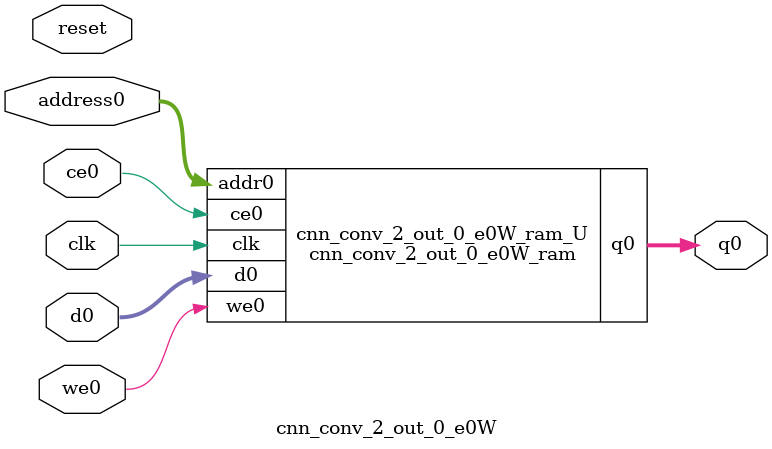
<source format=v>
`timescale 1 ns / 1 ps
module cnn_conv_2_out_0_e0W_ram (addr0, ce0, d0, we0, q0,  clk);

parameter DWIDTH = 14;
parameter AWIDTH = 4;
parameter MEM_SIZE = 16;

input[AWIDTH-1:0] addr0;
input ce0;
input[DWIDTH-1:0] d0;
input we0;
output reg[DWIDTH-1:0] q0;
input clk;

(* ram_style = "distributed" *)reg [DWIDTH-1:0] ram[0:MEM_SIZE-1];




always @(posedge clk)  
begin 
    if (ce0) 
    begin
        if (we0) 
        begin 
            ram[addr0] <= d0; 
        end 
        q0 <= ram[addr0];
    end
end


endmodule

`timescale 1 ns / 1 ps
module cnn_conv_2_out_0_e0W(
    reset,
    clk,
    address0,
    ce0,
    we0,
    d0,
    q0);

parameter DataWidth = 32'd14;
parameter AddressRange = 32'd16;
parameter AddressWidth = 32'd4;
input reset;
input clk;
input[AddressWidth - 1:0] address0;
input ce0;
input we0;
input[DataWidth - 1:0] d0;
output[DataWidth - 1:0] q0;



cnn_conv_2_out_0_e0W_ram cnn_conv_2_out_0_e0W_ram_U(
    .clk( clk ),
    .addr0( address0 ),
    .ce0( ce0 ),
    .we0( we0 ),
    .d0( d0 ),
    .q0( q0 ));

endmodule


</source>
